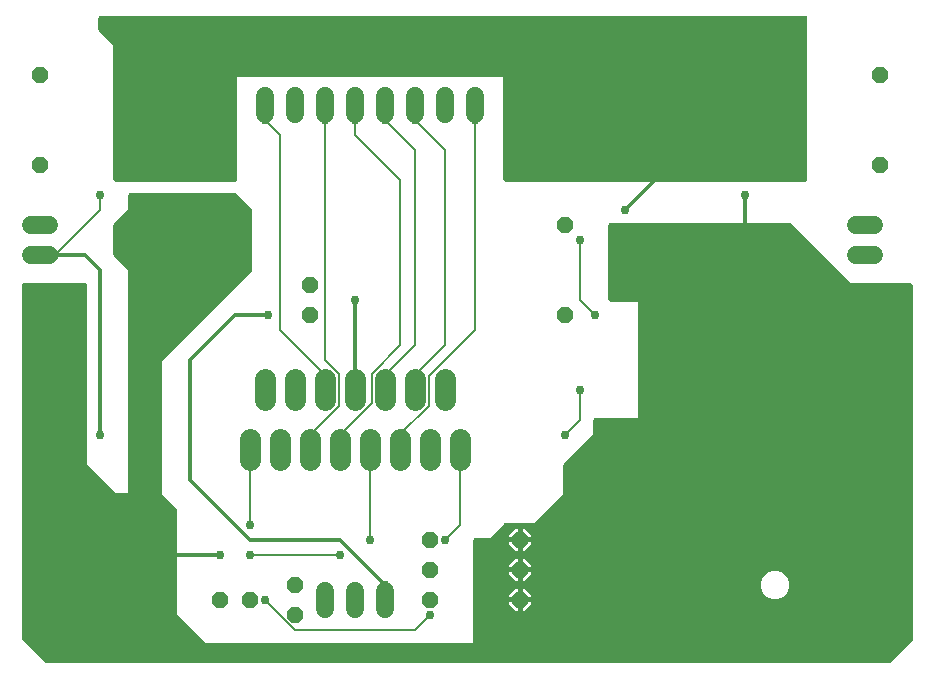
<source format=gbr>
G04 EAGLE Gerber RS-274X export*
G75*
%MOMM*%
%FSLAX34Y34*%
%LPD*%
%INBottom Copper*%
%IPPOS*%
%AMOC8*
5,1,8,0,0,1.08239X$1,22.5*%
G01*
%ADD10P,1.429621X8X112.500000*%
%ADD11C,1.524000*%
%ADD12C,1.800000*%
%ADD13P,1.429621X8X22.500000*%
%ADD14P,1.429621X8X202.500000*%
%ADD15C,0.756400*%
%ADD16C,0.304800*%
%ADD17C,0.152400*%

G36*
X744586Y10175D02*
X744586Y10175D01*
X744712Y10182D01*
X744759Y10195D01*
X744807Y10201D01*
X744926Y10243D01*
X745047Y10278D01*
X745089Y10302D01*
X745135Y10318D01*
X745241Y10387D01*
X745351Y10448D01*
X745397Y10488D01*
X745427Y10507D01*
X745461Y10542D01*
X745537Y10607D01*
X763893Y28963D01*
X763972Y29062D01*
X764056Y29155D01*
X764080Y29198D01*
X764110Y29236D01*
X764164Y29350D01*
X764225Y29460D01*
X764238Y29507D01*
X764259Y29551D01*
X764285Y29674D01*
X764320Y29796D01*
X764325Y29857D01*
X764332Y29891D01*
X764331Y29939D01*
X764339Y30040D01*
X764339Y329384D01*
X764325Y329509D01*
X764318Y329636D01*
X764305Y329682D01*
X764299Y329730D01*
X764257Y329849D01*
X764222Y329971D01*
X764198Y330013D01*
X764182Y330058D01*
X764113Y330164D01*
X764052Y330275D01*
X764012Y330321D01*
X763993Y330351D01*
X763958Y330385D01*
X763893Y330461D01*
X763077Y331277D01*
X762978Y331356D01*
X762884Y331440D01*
X762842Y331464D01*
X762804Y331494D01*
X762690Y331548D01*
X762579Y331609D01*
X762533Y331622D01*
X762489Y331643D01*
X762366Y331669D01*
X762244Y331704D01*
X762183Y331709D01*
X762148Y331716D01*
X762100Y331715D01*
X762000Y331723D01*
X711831Y331723D01*
X661477Y382077D01*
X661378Y382156D01*
X661284Y382240D01*
X661242Y382264D01*
X661204Y382294D01*
X661090Y382348D01*
X660979Y382409D01*
X660933Y382422D01*
X660889Y382443D01*
X660766Y382469D01*
X660644Y382504D01*
X660583Y382509D01*
X660548Y382516D01*
X660500Y382515D01*
X660400Y382523D01*
X508000Y382523D01*
X507974Y382520D01*
X507948Y382522D01*
X507801Y382500D01*
X507654Y382483D01*
X507629Y382475D01*
X507603Y382471D01*
X507465Y382416D01*
X507326Y382366D01*
X507304Y382352D01*
X507279Y382342D01*
X507158Y382257D01*
X507033Y382177D01*
X507015Y382158D01*
X506993Y382143D01*
X506894Y382033D01*
X506791Y381926D01*
X506777Y381904D01*
X506760Y381884D01*
X506688Y381754D01*
X506612Y381627D01*
X506604Y381602D01*
X506591Y381579D01*
X506551Y381436D01*
X506506Y381295D01*
X506504Y381269D01*
X506496Y381244D01*
X506477Y381000D01*
X506477Y317500D01*
X506480Y317474D01*
X506478Y317448D01*
X506500Y317301D01*
X506517Y317154D01*
X506525Y317129D01*
X506529Y317103D01*
X506584Y316965D01*
X506634Y316826D01*
X506648Y316804D01*
X506658Y316779D01*
X506743Y316658D01*
X506823Y316533D01*
X506842Y316515D01*
X506857Y316493D01*
X506967Y316394D01*
X507074Y316291D01*
X507096Y316277D01*
X507116Y316260D01*
X507246Y316188D01*
X507373Y316112D01*
X507398Y316104D01*
X507421Y316091D01*
X507564Y316051D01*
X507705Y316006D01*
X507731Y316004D01*
X507756Y315996D01*
X508000Y315977D01*
X531877Y315977D01*
X531877Y217423D01*
X495300Y217423D01*
X495274Y217420D01*
X495248Y217422D01*
X495101Y217400D01*
X494954Y217383D01*
X494929Y217375D01*
X494903Y217371D01*
X494765Y217316D01*
X494626Y217266D01*
X494604Y217252D01*
X494579Y217242D01*
X494458Y217157D01*
X494333Y217077D01*
X494315Y217058D01*
X494293Y217043D01*
X494194Y216933D01*
X494091Y216826D01*
X494077Y216804D01*
X494060Y216784D01*
X493988Y216654D01*
X493912Y216527D01*
X493904Y216502D01*
X493891Y216479D01*
X493851Y216336D01*
X493806Y216195D01*
X493804Y216169D01*
X493796Y216144D01*
X493777Y215900D01*
X493777Y203831D01*
X468823Y178877D01*
X468744Y178778D01*
X468660Y178684D01*
X468636Y178642D01*
X468606Y178604D01*
X468552Y178490D01*
X468491Y178379D01*
X468478Y178333D01*
X468457Y178289D01*
X468431Y178166D01*
X468396Y178044D01*
X468392Y177983D01*
X468384Y177948D01*
X468385Y177900D01*
X468377Y177800D01*
X468377Y153031D01*
X443869Y128523D01*
X419100Y128523D01*
X418974Y128509D01*
X418848Y128502D01*
X418802Y128489D01*
X418754Y128483D01*
X418635Y128441D01*
X418513Y128406D01*
X418471Y128382D01*
X418426Y128366D01*
X418319Y128297D01*
X418209Y128236D01*
X418163Y128196D01*
X418133Y128177D01*
X418099Y128142D01*
X418023Y128077D01*
X405769Y115823D01*
X393700Y115823D01*
X393674Y115820D01*
X393648Y115822D01*
X393501Y115800D01*
X393354Y115783D01*
X393329Y115775D01*
X393303Y115771D01*
X393165Y115716D01*
X393026Y115666D01*
X393004Y115652D01*
X392979Y115642D01*
X392858Y115557D01*
X392733Y115477D01*
X392715Y115458D01*
X392693Y115443D01*
X392594Y115333D01*
X392491Y115226D01*
X392477Y115204D01*
X392460Y115184D01*
X392388Y115054D01*
X392312Y114927D01*
X392304Y114902D01*
X392291Y114879D01*
X392251Y114736D01*
X392206Y114595D01*
X392204Y114569D01*
X392196Y114544D01*
X392177Y114300D01*
X392177Y26923D01*
X165731Y26923D01*
X141223Y51431D01*
X141223Y139700D01*
X141209Y139826D01*
X141202Y139952D01*
X141189Y139998D01*
X141183Y140046D01*
X141141Y140165D01*
X141106Y140287D01*
X141082Y140329D01*
X141066Y140374D01*
X140997Y140481D01*
X140936Y140591D01*
X140896Y140637D01*
X140877Y140667D01*
X140842Y140701D01*
X140777Y140777D01*
X128523Y153031D01*
X128523Y266069D01*
X204277Y341823D01*
X204356Y341922D01*
X204440Y342016D01*
X204464Y342058D01*
X204494Y342096D01*
X204548Y342210D01*
X204609Y342321D01*
X204622Y342367D01*
X204643Y342411D01*
X204669Y342534D01*
X204704Y342656D01*
X204709Y342717D01*
X204716Y342752D01*
X204715Y342800D01*
X204723Y342900D01*
X204723Y393700D01*
X204709Y393826D01*
X204702Y393952D01*
X204689Y393998D01*
X204683Y394046D01*
X204641Y394165D01*
X204606Y394287D01*
X204582Y394329D01*
X204566Y394374D01*
X204497Y394481D01*
X204436Y394591D01*
X204396Y394637D01*
X204377Y394667D01*
X204342Y394701D01*
X204277Y394777D01*
X191577Y407477D01*
X191478Y407556D01*
X191384Y407640D01*
X191342Y407664D01*
X191304Y407694D01*
X191190Y407748D01*
X191079Y407809D01*
X191033Y407822D01*
X190989Y407843D01*
X190866Y407869D01*
X190744Y407904D01*
X190683Y407909D01*
X190648Y407916D01*
X190600Y407915D01*
X190500Y407923D01*
X101600Y407923D01*
X101574Y407920D01*
X101548Y407922D01*
X101401Y407900D01*
X101254Y407883D01*
X101229Y407875D01*
X101203Y407871D01*
X101065Y407816D01*
X100926Y407766D01*
X100904Y407752D01*
X100879Y407742D01*
X100758Y407657D01*
X100633Y407577D01*
X100615Y407558D01*
X100593Y407543D01*
X100494Y407433D01*
X100391Y407326D01*
X100377Y407304D01*
X100360Y407284D01*
X100288Y407154D01*
X100212Y407027D01*
X100204Y407002D01*
X100191Y406979D01*
X100151Y406836D01*
X100106Y406695D01*
X100104Y406669D01*
X100096Y406644D01*
X100077Y406400D01*
X100077Y394331D01*
X87823Y382077D01*
X87744Y381978D01*
X87660Y381884D01*
X87636Y381842D01*
X87606Y381804D01*
X87552Y381690D01*
X87491Y381579D01*
X87478Y381533D01*
X87457Y381489D01*
X87431Y381366D01*
X87396Y381244D01*
X87392Y381183D01*
X87384Y381148D01*
X87385Y381100D01*
X87377Y381000D01*
X87377Y355600D01*
X87391Y355474D01*
X87398Y355348D01*
X87411Y355302D01*
X87417Y355254D01*
X87459Y355135D01*
X87494Y355013D01*
X87518Y354971D01*
X87534Y354926D01*
X87603Y354819D01*
X87664Y354709D01*
X87704Y354663D01*
X87723Y354633D01*
X87758Y354599D01*
X87823Y354523D01*
X100077Y342269D01*
X100077Y153923D01*
X89531Y153923D01*
X65023Y178431D01*
X65023Y330200D01*
X65020Y330226D01*
X65022Y330252D01*
X65000Y330399D01*
X64983Y330546D01*
X64975Y330571D01*
X64971Y330597D01*
X64916Y330735D01*
X64866Y330874D01*
X64852Y330896D01*
X64842Y330921D01*
X64757Y331042D01*
X64677Y331167D01*
X64658Y331185D01*
X64643Y331207D01*
X64533Y331306D01*
X64426Y331409D01*
X64404Y331423D01*
X64384Y331440D01*
X64254Y331512D01*
X64127Y331588D01*
X64102Y331596D01*
X64079Y331609D01*
X63936Y331649D01*
X63795Y331694D01*
X63769Y331696D01*
X63744Y331704D01*
X63500Y331723D01*
X11684Y331723D01*
X11658Y331720D01*
X11632Y331722D01*
X11485Y331700D01*
X11338Y331683D01*
X11313Y331675D01*
X11287Y331671D01*
X11149Y331616D01*
X11010Y331566D01*
X10988Y331552D01*
X10963Y331542D01*
X10842Y331457D01*
X10717Y331377D01*
X10699Y331358D01*
X10677Y331343D01*
X10578Y331233D01*
X10475Y331126D01*
X10461Y331104D01*
X10444Y331084D01*
X10372Y330954D01*
X10296Y330827D01*
X10288Y330802D01*
X10275Y330779D01*
X10235Y330636D01*
X10190Y330495D01*
X10188Y330469D01*
X10180Y330444D01*
X10161Y330200D01*
X10161Y30240D01*
X10175Y30114D01*
X10182Y29988D01*
X10195Y29941D01*
X10201Y29893D01*
X10243Y29774D01*
X10278Y29653D01*
X10302Y29611D01*
X10318Y29565D01*
X10387Y29459D01*
X10448Y29349D01*
X10488Y29303D01*
X10507Y29273D01*
X10542Y29239D01*
X10607Y29163D01*
X29163Y10607D01*
X29262Y10528D01*
X29355Y10444D01*
X29398Y10420D01*
X29436Y10390D01*
X29550Y10336D01*
X29660Y10275D01*
X29707Y10262D01*
X29751Y10241D01*
X29874Y10215D01*
X29996Y10180D01*
X30057Y10175D01*
X30091Y10168D01*
X30139Y10169D01*
X30240Y10161D01*
X744460Y10161D01*
X744586Y10175D01*
G37*
G36*
X190526Y417580D02*
X190526Y417580D01*
X190552Y417578D01*
X190699Y417600D01*
X190846Y417617D01*
X190871Y417625D01*
X190897Y417629D01*
X191035Y417684D01*
X191174Y417734D01*
X191196Y417748D01*
X191221Y417758D01*
X191342Y417843D01*
X191467Y417923D01*
X191485Y417942D01*
X191507Y417957D01*
X191606Y418067D01*
X191709Y418174D01*
X191723Y418196D01*
X191740Y418216D01*
X191812Y418346D01*
X191888Y418473D01*
X191896Y418498D01*
X191909Y418521D01*
X191949Y418664D01*
X191994Y418805D01*
X191996Y418831D01*
X192004Y418856D01*
X192023Y419100D01*
X192023Y506477D01*
X417577Y506477D01*
X417577Y419100D01*
X417580Y419074D01*
X417578Y419048D01*
X417600Y418901D01*
X417617Y418754D01*
X417625Y418729D01*
X417629Y418703D01*
X417684Y418565D01*
X417734Y418426D01*
X417748Y418404D01*
X417758Y418379D01*
X417843Y418258D01*
X417923Y418133D01*
X417942Y418115D01*
X417957Y418093D01*
X418067Y417994D01*
X418174Y417891D01*
X418196Y417877D01*
X418216Y417860D01*
X418346Y417788D01*
X418473Y417712D01*
X418498Y417704D01*
X418521Y417691D01*
X418664Y417651D01*
X418805Y417606D01*
X418831Y417604D01*
X418856Y417596D01*
X419100Y417577D01*
X673100Y417577D01*
X673126Y417580D01*
X673152Y417578D01*
X673299Y417600D01*
X673446Y417617D01*
X673471Y417625D01*
X673497Y417629D01*
X673635Y417684D01*
X673774Y417734D01*
X673796Y417748D01*
X673821Y417758D01*
X673942Y417843D01*
X674067Y417923D01*
X674085Y417942D01*
X674107Y417957D01*
X674206Y418067D01*
X674309Y418174D01*
X674323Y418196D01*
X674340Y418216D01*
X674412Y418346D01*
X674488Y418473D01*
X674496Y418498D01*
X674509Y418521D01*
X674549Y418664D01*
X674594Y418805D01*
X674596Y418831D01*
X674604Y418856D01*
X674623Y419100D01*
X674623Y556516D01*
X674620Y556542D01*
X674622Y556568D01*
X674600Y556715D01*
X674583Y556862D01*
X674575Y556887D01*
X674571Y556913D01*
X674516Y557051D01*
X674466Y557190D01*
X674452Y557212D01*
X674442Y557237D01*
X674357Y557358D01*
X674277Y557483D01*
X674258Y557501D01*
X674243Y557523D01*
X674133Y557622D01*
X674026Y557725D01*
X674004Y557739D01*
X673984Y557756D01*
X673854Y557828D01*
X673727Y557904D01*
X673702Y557912D01*
X673679Y557925D01*
X673536Y557965D01*
X673395Y558010D01*
X673369Y558012D01*
X673344Y558020D01*
X673100Y558039D01*
X76200Y558039D01*
X76174Y558036D01*
X76148Y558038D01*
X76001Y558016D01*
X75854Y557999D01*
X75829Y557991D01*
X75803Y557987D01*
X75665Y557932D01*
X75526Y557882D01*
X75504Y557868D01*
X75479Y557858D01*
X75358Y557773D01*
X75233Y557693D01*
X75215Y557674D01*
X75193Y557659D01*
X75094Y557549D01*
X74991Y557442D01*
X74977Y557420D01*
X74960Y557400D01*
X74888Y557270D01*
X74812Y557143D01*
X74804Y557118D01*
X74791Y557095D01*
X74751Y556952D01*
X74706Y556811D01*
X74704Y556785D01*
X74696Y556760D01*
X74677Y556516D01*
X74677Y546100D01*
X74691Y545974D01*
X74698Y545848D01*
X74711Y545802D01*
X74717Y545754D01*
X74759Y545635D01*
X74794Y545513D01*
X74818Y545471D01*
X74834Y545426D01*
X74903Y545319D01*
X74964Y545209D01*
X75004Y545163D01*
X75023Y545133D01*
X75058Y545099D01*
X75123Y545023D01*
X87377Y532769D01*
X87377Y419100D01*
X87380Y419074D01*
X87378Y419048D01*
X87400Y418901D01*
X87417Y418754D01*
X87425Y418729D01*
X87429Y418703D01*
X87484Y418565D01*
X87534Y418426D01*
X87548Y418404D01*
X87558Y418379D01*
X87643Y418258D01*
X87723Y418133D01*
X87742Y418115D01*
X87757Y418093D01*
X87867Y417994D01*
X87974Y417891D01*
X87996Y417877D01*
X88016Y417860D01*
X88146Y417788D01*
X88273Y417712D01*
X88298Y417704D01*
X88321Y417691D01*
X88464Y417651D01*
X88605Y417606D01*
X88631Y417604D01*
X88656Y417596D01*
X88900Y417577D01*
X190500Y417577D01*
X190526Y417580D01*
G37*
%LPC*%
G36*
X645331Y64289D02*
X645331Y64289D01*
X640953Y66103D01*
X637603Y69453D01*
X635789Y73831D01*
X635789Y78569D01*
X637603Y82947D01*
X640953Y86297D01*
X645331Y88111D01*
X650069Y88111D01*
X654447Y86297D01*
X657797Y82947D01*
X659611Y78569D01*
X659611Y73831D01*
X657797Y69453D01*
X654447Y66103D01*
X650069Y64289D01*
X645331Y64289D01*
G37*
%LPD*%
%LPC*%
G36*
X433831Y116331D02*
X433831Y116331D01*
X433831Y123445D01*
X435588Y123445D01*
X440945Y118088D01*
X440945Y116331D01*
X433831Y116331D01*
G37*
%LPD*%
%LPC*%
G36*
X433831Y90931D02*
X433831Y90931D01*
X433831Y98045D01*
X435588Y98045D01*
X440945Y92688D01*
X440945Y90931D01*
X433831Y90931D01*
G37*
%LPD*%
%LPC*%
G36*
X433831Y65531D02*
X433831Y65531D01*
X433831Y72645D01*
X435588Y72645D01*
X440945Y67288D01*
X440945Y65531D01*
X433831Y65531D01*
G37*
%LPD*%
%LPC*%
G36*
X422655Y116331D02*
X422655Y116331D01*
X422655Y118088D01*
X428012Y123445D01*
X429769Y123445D01*
X429769Y116331D01*
X422655Y116331D01*
G37*
%LPD*%
%LPC*%
G36*
X422655Y90931D02*
X422655Y90931D01*
X422655Y92688D01*
X428012Y98045D01*
X429769Y98045D01*
X429769Y90931D01*
X422655Y90931D01*
G37*
%LPD*%
%LPC*%
G36*
X422655Y65531D02*
X422655Y65531D01*
X422655Y67288D01*
X428012Y72645D01*
X429769Y72645D01*
X429769Y65531D01*
X422655Y65531D01*
G37*
%LPD*%
%LPC*%
G36*
X433831Y105155D02*
X433831Y105155D01*
X433831Y112269D01*
X440945Y112269D01*
X440945Y110512D01*
X435588Y105155D01*
X433831Y105155D01*
G37*
%LPD*%
%LPC*%
G36*
X433831Y79755D02*
X433831Y79755D01*
X433831Y86869D01*
X440945Y86869D01*
X440945Y85112D01*
X435588Y79755D01*
X433831Y79755D01*
G37*
%LPD*%
%LPC*%
G36*
X433831Y54355D02*
X433831Y54355D01*
X433831Y61469D01*
X440945Y61469D01*
X440945Y59712D01*
X435588Y54355D01*
X433831Y54355D01*
G37*
%LPD*%
%LPC*%
G36*
X428012Y105155D02*
X428012Y105155D01*
X422655Y110512D01*
X422655Y112269D01*
X429769Y112269D01*
X429769Y105155D01*
X428012Y105155D01*
G37*
%LPD*%
%LPC*%
G36*
X428012Y79755D02*
X428012Y79755D01*
X422655Y85112D01*
X422655Y86869D01*
X429769Y86869D01*
X429769Y79755D01*
X428012Y79755D01*
G37*
%LPD*%
%LPC*%
G36*
X428012Y54355D02*
X428012Y54355D01*
X422655Y59712D01*
X422655Y61469D01*
X429769Y61469D01*
X429769Y54355D01*
X428012Y54355D01*
G37*
%LPD*%
D10*
X241300Y50800D03*
X241300Y76200D03*
X254000Y304800D03*
X254000Y330200D03*
D11*
X215900Y474980D02*
X215900Y490220D01*
X241300Y490220D02*
X241300Y474980D01*
X393700Y474980D02*
X393700Y490220D01*
X368300Y490220D02*
X368300Y474980D01*
X266700Y474980D02*
X266700Y490220D01*
X292100Y490220D02*
X292100Y474980D01*
X317500Y474980D02*
X317500Y490220D01*
X342900Y490220D02*
X342900Y474980D01*
D10*
X469900Y304800D03*
X469900Y381000D03*
D12*
X292100Y250300D02*
X292100Y232300D01*
X304800Y199500D02*
X304800Y181500D01*
X317500Y232300D02*
X317500Y250300D01*
X330200Y199500D02*
X330200Y181500D01*
X342900Y232300D02*
X342900Y250300D01*
X355600Y199500D02*
X355600Y181500D01*
X279400Y181500D02*
X279400Y199500D01*
X266700Y232300D02*
X266700Y250300D01*
X254000Y199500D02*
X254000Y181500D01*
X241300Y232300D02*
X241300Y250300D01*
X228600Y199500D02*
X228600Y181500D01*
X368300Y232300D02*
X368300Y250300D01*
X381000Y199500D02*
X381000Y181500D01*
X215900Y232300D02*
X215900Y250300D01*
X203200Y199500D02*
X203200Y181500D01*
D11*
X33020Y381000D02*
X17780Y381000D01*
X17780Y355600D02*
X33020Y355600D01*
X716280Y355600D02*
X731520Y355600D01*
X731520Y381000D02*
X716280Y381000D01*
D10*
X25400Y431800D03*
X25400Y508000D03*
X736600Y431800D03*
X736600Y508000D03*
D13*
X177800Y63500D03*
X203200Y63500D03*
D14*
X431800Y63500D03*
X355600Y63500D03*
D11*
X266700Y55880D02*
X266700Y71120D01*
X292100Y71120D02*
X292100Y55880D01*
X317500Y55880D02*
X317500Y71120D01*
D13*
X355600Y88900D03*
X431800Y88900D03*
X355600Y114300D03*
X431800Y114300D03*
D15*
X292100Y254000D03*
D16*
X292100Y317500D01*
D15*
X292100Y317500D03*
X571500Y203200D03*
D16*
X622300Y254000D01*
D15*
X622300Y254000D03*
D16*
X622300Y406400D01*
D15*
X622300Y406400D03*
X177800Y101600D03*
D16*
X139700Y101600D02*
X114300Y76200D01*
X114300Y25400D01*
X127000Y12700D01*
X469900Y12700D01*
X508000Y50800D01*
X508000Y63500D01*
D15*
X508000Y63500D03*
D16*
X177800Y101600D02*
X139700Y101600D01*
D15*
X520700Y393700D03*
D16*
X571500Y444500D01*
X609600Y444500D01*
D15*
X609600Y444500D03*
X317500Y76200D03*
D16*
X279400Y114300D01*
X203200Y114300D01*
X152400Y165100D01*
X152400Y266700D01*
X190500Y304800D01*
X217830Y304800D01*
D15*
X217830Y304800D03*
X266700Y469900D03*
X254000Y203200D03*
D17*
X277986Y254975D02*
X266700Y266261D01*
X277986Y254975D02*
X277986Y227186D01*
X254000Y203200D01*
X266700Y266261D02*
X266700Y469900D01*
D15*
X292100Y469900D03*
X279400Y203200D03*
D17*
X306214Y230014D01*
X306214Y254975D01*
X330200Y278961D02*
X330200Y419100D01*
X330200Y278961D02*
X306214Y254975D01*
X330200Y419100D02*
X292100Y457200D01*
X292100Y469900D01*
D15*
X317500Y469900D03*
D17*
X342900Y444500D02*
X342900Y279400D01*
X317500Y254000D01*
X342900Y444500D02*
X317500Y469900D01*
D15*
X317500Y254000D03*
X342900Y469900D03*
D17*
X368300Y444500D01*
X368300Y279400D01*
X342900Y254000D01*
D15*
X342900Y254000D03*
X279400Y101600D03*
D17*
X203200Y101600D01*
D15*
X203200Y101600D03*
X203200Y127000D03*
D17*
X203200Y177800D01*
D15*
X203200Y177800D03*
X368300Y114300D03*
D17*
X381000Y127000D01*
X381000Y177800D01*
D15*
X381000Y177800D03*
X76200Y406400D03*
D17*
X76200Y393700D01*
X38100Y355600D01*
D15*
X38100Y355600D03*
X76200Y203200D03*
D16*
X76200Y342900D01*
X63500Y355600D01*
X38100Y355600D01*
D15*
X495300Y304800D03*
D17*
X482600Y317500D01*
X482600Y368300D01*
D15*
X482600Y368300D03*
X304800Y114300D03*
D17*
X304800Y190500D01*
D15*
X469900Y203200D03*
D17*
X482600Y215900D01*
X482600Y241300D01*
D15*
X482600Y241300D03*
X215900Y63500D03*
D17*
X241300Y38100D01*
X342900Y38100D01*
X355600Y50800D01*
D15*
X355600Y50800D03*
X215900Y469900D03*
D17*
X228600Y457200D01*
X228600Y292100D01*
X266700Y254000D01*
D15*
X266700Y254000D03*
X393700Y469900D03*
D17*
X393700Y292100D01*
X354186Y252586D02*
X354186Y227625D01*
X330200Y203639D02*
X330200Y190500D01*
X330200Y203639D02*
X354186Y227625D01*
X354186Y252586D02*
X393700Y292100D01*
M02*

</source>
